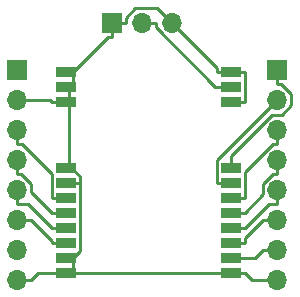
<source format=gtl>
G04 #@! TF.GenerationSoftware,KiCad,Pcbnew,(5.0.0)*
G04 #@! TF.CreationDate,2023-02-17T10:20:36+09:00*
G04 #@! TF.ProjectId,EBYTE-E22-SMD,45425954452D4532322D534D442E6B69,rev?*
G04 #@! TF.SameCoordinates,Original*
G04 #@! TF.FileFunction,Copper,L1,Top,Signal*
G04 #@! TF.FilePolarity,Positive*
%FSLAX46Y46*%
G04 Gerber Fmt 4.6, Leading zero omitted, Abs format (unit mm)*
G04 Created by KiCad (PCBNEW (5.0.0)) date 02/17/23 10:20:36*
%MOMM*%
%LPD*%
G01*
G04 APERTURE LIST*
G04 #@! TA.AperFunction,SMDPad,CuDef*
%ADD10R,1.676400X0.812800*%
G04 #@! TD*
G04 #@! TA.AperFunction,ComponentPad*
%ADD11O,1.700000X1.700000*%
G04 #@! TD*
G04 #@! TA.AperFunction,ComponentPad*
%ADD12R,1.700000X1.700000*%
G04 #@! TD*
G04 #@! TA.AperFunction,Conductor*
%ADD13C,0.250000*%
G04 #@! TD*
G04 APERTURE END LIST*
D10*
G04 #@! TO.P,U1,P$1*
G04 #@! TO.N,/GND*
X151130000Y-90170000D03*
G04 #@! TO.P,U1,P$2*
X151130000Y-91440000D03*
G04 #@! TO.P,U1,P$3*
X151130000Y-92710000D03*
G04 #@! TO.P,U1,P$4*
X151130000Y-98298000D03*
G04 #@! TO.P,U1,P$5*
X151130000Y-99568000D03*
G04 #@! TO.P,U1,P$6*
G04 #@! TO.N,/RXEN*
X151130000Y-100838000D03*
G04 #@! TO.P,U1,P$7*
G04 #@! TO.N,/TXEN*
X151130000Y-102108000D03*
G04 #@! TO.P,U1,P$8*
G04 #@! TO.N,/DIO2*
X151130000Y-103378000D03*
G04 #@! TO.P,U1,P$9*
G04 #@! TO.N,/VCC*
X151130000Y-104648000D03*
G04 #@! TO.P,U1,P$10*
G04 #@! TO.N,/GND*
X151130000Y-105918000D03*
G04 #@! TO.P,U1,P$11*
X151130000Y-107188000D03*
G04 #@! TO.P,U1,P$12*
X165100000Y-107188000D03*
G04 #@! TO.P,U1,P$13*
G04 #@! TO.N,Net-(J1-Pad7)*
X165100000Y-105918000D03*
G04 #@! TO.P,U1,P$14*
G04 #@! TO.N,Net-(J1-Pad6)*
X165100000Y-104648000D03*
G04 #@! TO.P,U1,P$15*
G04 #@! TO.N,Net-(J1-Pad5)*
X165100000Y-103378000D03*
G04 #@! TO.P,U1,P$16*
G04 #@! TO.N,Net-(J1-Pad4)*
X165100000Y-102108000D03*
G04 #@! TO.P,U1,P$17*
G04 #@! TO.N,Net-(J1-Pad3)*
X165100000Y-100838000D03*
G04 #@! TO.P,U1,P$18*
G04 #@! TO.N,Net-(J1-Pad2)*
X165100000Y-99568000D03*
G04 #@! TO.P,U1,P$19*
G04 #@! TO.N,Net-(J1-Pad1)*
X165100000Y-98298000D03*
G04 #@! TO.P,U1,P$20*
G04 #@! TO.N,/GND*
X165100000Y-92710000D03*
G04 #@! TO.P,U1,ANT*
G04 #@! TO.N,/ANT*
X165100000Y-91440000D03*
G04 #@! TO.P,U1,P$22*
G04 #@! TO.N,/GND*
X165100000Y-90170000D03*
G04 #@! TD*
D11*
G04 #@! TO.P,J1,8*
G04 #@! TO.N,/GND*
X169000000Y-107780000D03*
G04 #@! TO.P,J1,7*
G04 #@! TO.N,Net-(J1-Pad7)*
X169000000Y-105240000D03*
G04 #@! TO.P,J1,6*
G04 #@! TO.N,Net-(J1-Pad6)*
X169000000Y-102700000D03*
G04 #@! TO.P,J1,5*
G04 #@! TO.N,Net-(J1-Pad5)*
X169000000Y-100160000D03*
G04 #@! TO.P,J1,4*
G04 #@! TO.N,Net-(J1-Pad4)*
X169000000Y-97620000D03*
G04 #@! TO.P,J1,3*
G04 #@! TO.N,Net-(J1-Pad3)*
X169000000Y-95080000D03*
G04 #@! TO.P,J1,2*
G04 #@! TO.N,Net-(J1-Pad2)*
X169000000Y-92540000D03*
D12*
G04 #@! TO.P,J1,1*
G04 #@! TO.N,Net-(J1-Pad1)*
X169000000Y-90000000D03*
G04 #@! TD*
D11*
G04 #@! TO.P,J2,8*
G04 #@! TO.N,/GND*
X147000000Y-107780000D03*
G04 #@! TO.P,J2,7*
X147000000Y-105240000D03*
G04 #@! TO.P,J2,6*
G04 #@! TO.N,/VCC*
X147000000Y-102700000D03*
G04 #@! TO.P,J2,5*
G04 #@! TO.N,/DIO2*
X147000000Y-100160000D03*
G04 #@! TO.P,J2,4*
G04 #@! TO.N,/TXEN*
X147000000Y-97620000D03*
G04 #@! TO.P,J2,3*
G04 #@! TO.N,/RXEN*
X147000000Y-95080000D03*
G04 #@! TO.P,J2,2*
G04 #@! TO.N,/GND*
X147000000Y-92540000D03*
D12*
G04 #@! TO.P,J2,1*
X147000000Y-90000000D03*
G04 #@! TD*
D11*
G04 #@! TO.P,J3,3*
G04 #@! TO.N,/GND*
X160080000Y-86000000D03*
G04 #@! TO.P,J3,2*
G04 #@! TO.N,/ANT*
X157540000Y-86000000D03*
D12*
G04 #@! TO.P,J3,1*
G04 #@! TO.N,/GND*
X155000000Y-86000000D03*
G04 #@! TD*
D13*
G04 #@! TO.N,Net-(J1-Pad7)*
X169000000Y-105240000D02*
X167824700Y-105240000D01*
X167824700Y-105240000D02*
X167146700Y-105918000D01*
X167146700Y-105918000D02*
X165100000Y-105918000D01*
G04 #@! TO.N,Net-(J1-Pad6)*
X165100000Y-104648000D02*
X166263500Y-104648000D01*
X169000000Y-102700000D02*
X167824700Y-102700000D01*
X167824700Y-102700000D02*
X166263500Y-104261200D01*
X166263500Y-104261200D02*
X166263500Y-104648000D01*
G04 #@! TO.N,Net-(J1-Pad5)*
X169000000Y-100160000D02*
X169000000Y-101335300D01*
X165100000Y-103378000D02*
X166263500Y-103378000D01*
X169000000Y-101335300D02*
X168306200Y-101335300D01*
X168306200Y-101335300D02*
X166263500Y-103378000D01*
G04 #@! TO.N,Net-(J1-Pad4)*
X165100000Y-102108000D02*
X166263500Y-102108000D01*
X169000000Y-97620000D02*
X169000000Y-98795300D01*
X169000000Y-98795300D02*
X168676700Y-98795300D01*
X168676700Y-98795300D02*
X167824700Y-99647300D01*
X167824700Y-99647300D02*
X167824700Y-100546800D01*
X167824700Y-100546800D02*
X166263500Y-102108000D01*
G04 #@! TO.N,Net-(J1-Pad3)*
X169000000Y-96255300D02*
X168664400Y-96255300D01*
X168664400Y-96255300D02*
X166263500Y-98656200D01*
X166263500Y-98656200D02*
X166263500Y-100838000D01*
X165100000Y-100838000D02*
X166263500Y-100838000D01*
X169000000Y-95080000D02*
X169000000Y-96255300D01*
G04 #@! TO.N,Net-(J1-Pad2)*
X165100000Y-99568000D02*
X163936500Y-99568000D01*
X169000000Y-92540000D02*
X163936500Y-97603500D01*
X163936500Y-97603500D02*
X163936500Y-99568000D01*
G04 #@! TO.N,Net-(J1-Pad1)*
X169000000Y-90000000D02*
X169000000Y-91175300D01*
X169000000Y-91175300D02*
X169367300Y-91175300D01*
X169367300Y-91175300D02*
X170220100Y-92028100D01*
X170220100Y-92028100D02*
X170220100Y-92988700D01*
X170220100Y-92988700D02*
X169398800Y-93810000D01*
X169398800Y-93810000D02*
X168606800Y-93810000D01*
X168606800Y-93810000D02*
X165100000Y-97316800D01*
X165100000Y-97316800D02*
X165100000Y-98298000D01*
G04 #@! TO.N,/GND*
X160080000Y-86000000D02*
X163936500Y-89856500D01*
X163936500Y-89856500D02*
X163936500Y-90170000D01*
X156175300Y-86000000D02*
X156175300Y-85632700D01*
X156175300Y-85632700D02*
X157013900Y-84794100D01*
X157013900Y-84794100D02*
X158874100Y-84794100D01*
X158874100Y-84794100D02*
X160080000Y-86000000D01*
X165100000Y-90170000D02*
X163936500Y-90170000D01*
X155000000Y-86000000D02*
X156175300Y-86000000D01*
X155000000Y-86475000D02*
X155000000Y-86000000D01*
X155000000Y-86475000D02*
X155000000Y-87175300D01*
X155000000Y-87175300D02*
X154706500Y-87175300D01*
X154706500Y-87175300D02*
X151711800Y-90170000D01*
X165100000Y-92710000D02*
X166263500Y-92710000D01*
X165100000Y-90170000D02*
X166263500Y-90170000D01*
X166263500Y-90170000D02*
X166263500Y-92710000D01*
X165100000Y-107188000D02*
X166263500Y-107188000D01*
X166263500Y-107188000D02*
X166855500Y-107780000D01*
X166855500Y-107780000D02*
X167824700Y-107780000D01*
X151711800Y-107188000D02*
X165100000Y-107188000D01*
X169000000Y-107780000D02*
X167824700Y-107780000D01*
X151420900Y-91440000D02*
X151711800Y-91440000D01*
X151130000Y-91440000D02*
X151420900Y-91440000D01*
X151420900Y-91440000D02*
X151420900Y-92710000D01*
X151130000Y-92710000D02*
X151420900Y-92710000D01*
X151420900Y-92710000D02*
X151420900Y-98298000D01*
X151711800Y-105918000D02*
X152293500Y-105336300D01*
X152293500Y-105336300D02*
X152293500Y-99568000D01*
X151711800Y-105918000D02*
X151711800Y-107188000D01*
X151130000Y-99568000D02*
X152293500Y-99568000D01*
X151420900Y-98298000D02*
X151566300Y-98298000D01*
X151566300Y-98298000D02*
X152293500Y-99025200D01*
X152293500Y-99025200D02*
X152293500Y-99568000D01*
X151130000Y-98298000D02*
X151420900Y-98298000D01*
X151130000Y-107188000D02*
X151711800Y-107188000D01*
X151130000Y-105918000D02*
X151711800Y-105918000D01*
X151130000Y-90170000D02*
X151711800Y-90170000D01*
X151711800Y-91440000D02*
X151711800Y-90170000D01*
X147000000Y-107780000D02*
X148175300Y-107780000D01*
X151130000Y-107188000D02*
X148767300Y-107188000D01*
X148767300Y-107188000D02*
X148175300Y-107780000D01*
X151130000Y-92710000D02*
X149966500Y-92710000D01*
X147000000Y-92540000D02*
X149796500Y-92540000D01*
X149796500Y-92540000D02*
X149966500Y-92710000D01*
G04 #@! TO.N,/RXEN*
X151130000Y-100838000D02*
X149966500Y-100838000D01*
X147000000Y-95080000D02*
X147000000Y-96255300D01*
X147000000Y-96255300D02*
X147367400Y-96255300D01*
X147367400Y-96255300D02*
X149966500Y-98854400D01*
X149966500Y-98854400D02*
X149966500Y-100838000D01*
G04 #@! TO.N,/TXEN*
X151130000Y-102108000D02*
X149966500Y-102108000D01*
X147000000Y-97620000D02*
X147000000Y-98795300D01*
X147000000Y-98795300D02*
X147333100Y-98795300D01*
X147333100Y-98795300D02*
X148175300Y-99637500D01*
X148175300Y-99637500D02*
X148175300Y-100316800D01*
X148175300Y-100316800D02*
X149966500Y-102108000D01*
G04 #@! TO.N,/DIO2*
X147000000Y-100160000D02*
X147000000Y-101335300D01*
X151130000Y-103378000D02*
X149966500Y-103378000D01*
X147000000Y-101335300D02*
X147923800Y-101335300D01*
X147923800Y-101335300D02*
X149966500Y-103378000D01*
G04 #@! TO.N,/VCC*
X151130000Y-104648000D02*
X149966500Y-104648000D01*
X147000000Y-102700000D02*
X148175300Y-102700000D01*
X148175300Y-102700000D02*
X149966500Y-104491200D01*
X149966500Y-104491200D02*
X149966500Y-104648000D01*
G04 #@! TO.N,/ANT*
X157540000Y-86000000D02*
X158715300Y-86000000D01*
X158715300Y-86000000D02*
X158715300Y-86367300D01*
X158715300Y-86367300D02*
X163788000Y-91440000D01*
X163788000Y-91440000D02*
X165100000Y-91440000D01*
G04 #@! TD*
M02*

</source>
